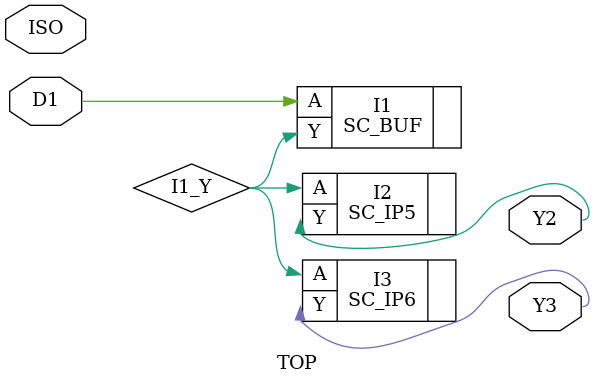
<source format=v>
module TOP(D1, Y2, Y3, ISO);
input D1,ISO;
output Y2, Y3;
wire I1_Y;
SC_BUF I1(.Y(I1_Y), .A(D1));
SC_IP5 I2(.Y(Y2), .A(I1_Y));
SC_IP6 I3(.Y(Y3), .A(I1_Y));
endmodule



</source>
